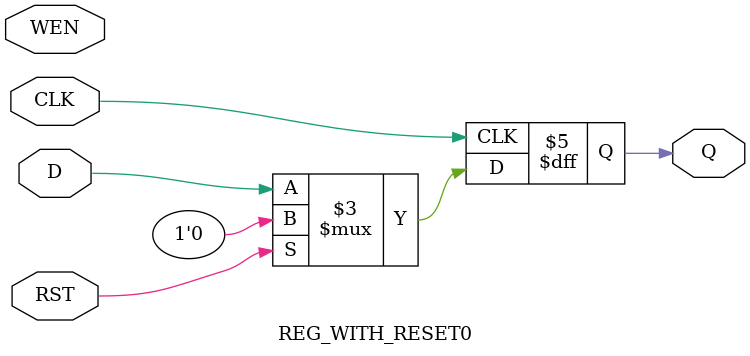
<source format=v>
module REG_WITH_RESET0 #(
  parameter WIDTH = 1
) (
  input wire             CLK,
  input wire             RST,
  input wire             WEN,
  input wire [WIDTH-1:0] D,
  output reg [WIDTH-1:0] Q
);

  always @(posedge CLK) begin
    if (RST) begin
      Q[WIDTH-1:0] <= {WIDTH{1'b0}};
    end
    else begin
      Q[WIDTH-1:0] <= D[WIDTH-1:0];
    end
  end

endmodule
</source>
